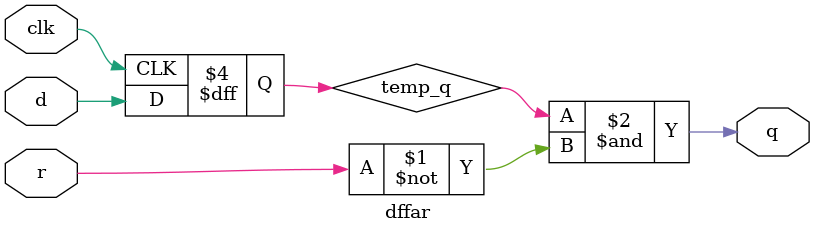
<source format=v>
module dffar(clk, d, r, q);

input clk, d, r;
output q;
reg temp_q;
wire q;

and(q, temp_q, ~r);

always @(posedge clk)
		temp_q = d;
endmodule
</source>
